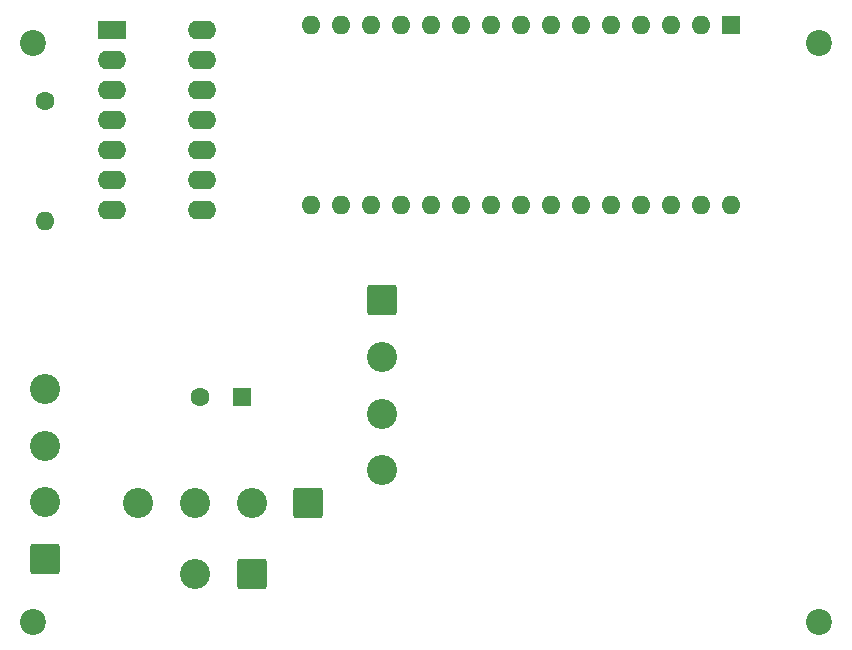
<source format=gbs>
G04 #@! TF.GenerationSoftware,KiCad,Pcbnew,8.0.8*
G04 #@! TF.CreationDate,2025-01-16T17:39:40+01:00*
G04 #@! TF.ProjectId,led_matrix,6c65645f-6d61-4747-9269-782e6b696361,rev?*
G04 #@! TF.SameCoordinates,Original*
G04 #@! TF.FileFunction,Soldermask,Bot*
G04 #@! TF.FilePolarity,Negative*
%FSLAX46Y46*%
G04 Gerber Fmt 4.6, Leading zero omitted, Abs format (unit mm)*
G04 Created by KiCad (PCBNEW 8.0.8) date 2025-01-16 17:39:40*
%MOMM*%
%LPD*%
G01*
G04 APERTURE LIST*
G04 Aperture macros list*
%AMRoundRect*
0 Rectangle with rounded corners*
0 $1 Rounding radius*
0 $2 $3 $4 $5 $6 $7 $8 $9 X,Y pos of 4 corners*
0 Add a 4 corners polygon primitive as box body*
4,1,4,$2,$3,$4,$5,$6,$7,$8,$9,$2,$3,0*
0 Add four circle primitives for the rounded corners*
1,1,$1+$1,$2,$3*
1,1,$1+$1,$4,$5*
1,1,$1+$1,$6,$7*
1,1,$1+$1,$8,$9*
0 Add four rect primitives between the rounded corners*
20,1,$1+$1,$2,$3,$4,$5,0*
20,1,$1+$1,$4,$5,$6,$7,0*
20,1,$1+$1,$6,$7,$8,$9,0*
20,1,$1+$1,$8,$9,$2,$3,0*%
G04 Aperture macros list end*
%ADD10C,2.200000*%
%ADD11O,2.400000X1.600000*%
%ADD12R,2.400000X1.600000*%
%ADD13RoundRect,0.249999X-1.025001X1.025001X-1.025001X-1.025001X1.025001X-1.025001X1.025001X1.025001X0*%
%ADD14C,2.550000*%
%ADD15RoundRect,0.249999X1.025001X1.025001X-1.025001X1.025001X-1.025001X-1.025001X1.025001X-1.025001X0*%
%ADD16C,1.600000*%
%ADD17O,1.600000X1.600000*%
%ADD18RoundRect,0.249999X1.025001X-1.025001X1.025001X1.025001X-1.025001X1.025001X-1.025001X-1.025001X0*%
%ADD19R,1.600000X1.600000*%
G04 APERTURE END LIST*
D10*
X182000000Y-132000000D03*
X115500000Y-132000000D03*
X182000000Y-83000000D03*
X115500000Y-83000000D03*
D11*
X129795000Y-81875000D03*
X129795000Y-84415000D03*
X129795000Y-86955000D03*
X129795000Y-89495000D03*
X129795000Y-92035000D03*
X129795000Y-94575000D03*
X129795000Y-97115000D03*
X122175000Y-97115000D03*
X122175000Y-94575000D03*
X122175000Y-92035000D03*
X122175000Y-89495000D03*
X122175000Y-86955000D03*
X122175000Y-84415000D03*
D12*
X122175000Y-81875000D03*
D13*
X145000000Y-104800000D03*
D14*
X145000000Y-109600000D03*
X145000000Y-114400000D03*
X145000000Y-119200000D03*
D15*
X138800000Y-122000000D03*
D14*
X134000000Y-122000000D03*
X129200000Y-122000000D03*
X124400000Y-122000000D03*
D16*
X116500000Y-87920000D03*
D17*
X116500000Y-98080000D03*
D15*
X134000000Y-128000000D03*
D14*
X129200000Y-128000000D03*
D18*
X116500000Y-126700000D03*
D14*
X116500000Y-121900000D03*
X116500000Y-117100000D03*
X116500000Y-112300000D03*
D19*
X133152651Y-113000000D03*
D16*
X129652651Y-113000000D03*
D19*
X174540000Y-81500000D03*
D17*
X172000000Y-81500000D03*
X169460000Y-81500000D03*
X166920000Y-81500000D03*
X164380000Y-81500000D03*
X161840000Y-81500000D03*
X159300000Y-81500000D03*
X156760000Y-81500000D03*
X154220000Y-81500000D03*
X151680000Y-81500000D03*
X149140000Y-81500000D03*
X146600000Y-81500000D03*
X144060000Y-81500000D03*
X141520000Y-81500000D03*
X138980000Y-81500000D03*
X138980000Y-96740000D03*
X141520000Y-96740000D03*
X144060000Y-96740000D03*
X146600000Y-96740000D03*
X149140000Y-96740000D03*
X151680000Y-96740000D03*
X154220000Y-96740000D03*
X156760000Y-96740000D03*
X159300000Y-96740000D03*
X161840000Y-96740000D03*
X164380000Y-96740000D03*
X166920000Y-96740000D03*
X169460000Y-96740000D03*
X172000000Y-96740000D03*
X174540000Y-96740000D03*
M02*

</source>
